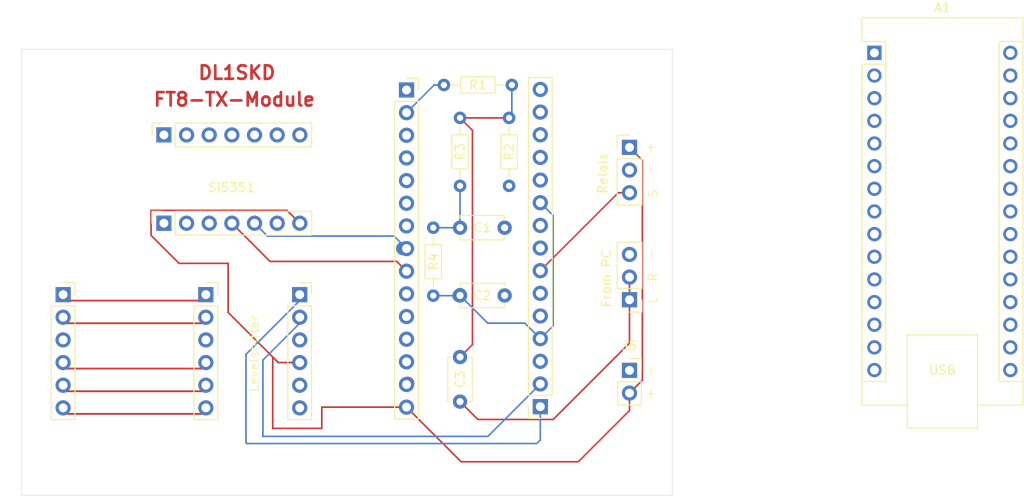
<source format=kicad_pcb>
(kicad_pcb (version 20241229) (generator "pcbnew") (generator_version "9.0")
  (layers (0 "F.Cu" signal) (2 "B.Cu" signal) (13 "F.Paste" user) (15 "B.Paste" user) (5 "F.SilkS" user "F.Silkscreen") (7 "B.SilkS" user "B.Silkscreen") (1 "F.Mask" user) (3 "B.Mask" user) (25 "Edge.Cuts" user))
  (net 0 "")
  (net 1 "Net-(C1-+)")
  (net 2 "GND")
  (net 3 "Net-(C2-+)")
  (net 4 "Net-(C3-+)")
  (net 5 "Net-(C3--)")
  (net 11 "Net-(J1-Pin_9)")
  (net 12 "Net-(J1-Pin_2)")
  (net 13 "Net-(J1-Pin_15)")
  (net 17 "Net-(J1-Pin_8)")
  (net 22 "Net-(J2-Pin_1)")
  (net 25 "Net-(J2-Pin_2)")
  (net 26 "Net-(J2-Pin_7)")
  (net 32 "Net-(J6-Pin_2)")
  (net 33 "Net-(J6-Pin_4)")
  (net 34 "Net-(J6-Pin_1)")
  (net 35 "Net-(J6-Pin_6)")
  (net 36 "Net-(J6-Pin_5)")
  (footprint "Connector_PinSocket_2.54mm:PinSocket_1x02_P2.54mm_Vertical" (layer "F.Cu") (at 181.5 71)
    (property "Reference" "J5" (at 0 -2.77 0) (layer "F.SilkS"))
    (property "Value" "Conn_01x02_Socket" (hide yes))
    (fp_line (start -1.33 1.27) (end -1.33 3.87) (stroke (width 0.12)) (layer "F.SilkS"))
    (fp_line (start -1.33 1.27) (end 1.33 1.27) (stroke (width 0.12)) (layer "F.SilkS"))
    (fp_line (start -1.33 3.87) (end 1.33 3.87) (stroke (width 0.12)) (layer "F.SilkS"))
    (fp_line (start 0 -1.33) (end 1.33 -1.33) (stroke (width 0.12)) (layer "F.SilkS"))
    (fp_line (start 1.33 -1.33) (end 1.33 0) (stroke (width 0.12)) (layer "F.SilkS"))
    (fp_line (start 1.33 1.27) (end 1.33 3.87) (stroke (width 0.12)) (layer "F.SilkS"))
    (pad "1" thru_hole rect (at 0 0) (size 1.7 1.7) (drill 1) (layers "*.Cu" "*.Mask") (net 2 "GND"))
    (pad "2" thru_hole circle (at 0 2.54) (size 1.7 1.7) (drill 1) (layers "*.Cu" "*.Mask") (net 13 "Net-(J1-Pin_15)"))
  )
  (footprint "Module:Arduino_Nano" (layer "F.Cu") (at 208.96 35.4)
    (property "Reference" "A1" (at 7.62 -5.08 0) (layer "F.SilkS"))
    (property "Value" "Arduino_Nano_v3.x")
    (fp_line (start -1.4 -3.94) (end -1.4 -1.27) (stroke (width 0.12)) (layer "F.SilkS"))
    (fp_line (start -1.4 1.27) (end -1.4 39.5) (stroke (width 0.12)) (layer "F.SilkS"))
    (fp_line (start -1.4 39.5) (end 3.68 39.5) (stroke (width 0.12)) (layer "F.SilkS"))
    (fp_line (start 1.27 -1.27) (end -1.4 -1.27) (stroke (width 0.12)) (layer "F.SilkS"))
    (fp_line (start 1.27 1.27) (end -1.4 1.27) (stroke (width 0.12)) (layer "F.SilkS"))
    (fp_line (start 1.27 1.27) (end 1.27 -1.27) (stroke (width 0.12)) (layer "F.SilkS"))
    (fp_line (start 1.27 1.27) (end 1.27 36.83) (stroke (width 0.12)) (layer "F.SilkS"))
    (fp_line (start 1.27 36.83) (end -1.4 36.83) (stroke (width 0.12)) (layer "F.SilkS"))
    (fp_line (start 3.68 31.62) (end 11.56 31.62) (stroke (width 0.12)) (layer "F.SilkS"))
    (fp_line (start 3.68 42.04) (end 3.68 31.62) (stroke (width 0.12)) (layer "F.SilkS"))
    (fp_line (start 11.56 31.62) (end 11.56 42.04) (stroke (width 0.12)) (layer "F.SilkS"))
    (fp_line (start 11.56 42.04) (end 3.68 42.04) (stroke (width 0.12)) (layer "F.SilkS"))
    (fp_line (start 13.97 -1.27) (end 13.97 36.83) (stroke (width 0.12)) (layer "F.SilkS"))
    (fp_line (start 13.97 -1.27) (end 16.64 -1.27) (stroke (width 0.12)) (layer "F.SilkS"))
    (fp_line (start 13.97 36.83) (end 16.64 36.83) (stroke (width 0.12)) (layer "F.SilkS"))
    (fp_line (start 16.64 -3.94) (end -1.4 -3.94) (stroke (width 0.12)) (layer "F.SilkS"))
    (fp_line (start 16.64 39.5) (end 11.56 39.5) (stroke (width 0.12)) (layer "F.SilkS"))
    (fp_line (start 16.64 39.5) (end 16.64 -3.94) (stroke (width 0.12)) (layer "F.SilkS"))
    (fp_text user "USB" (at 7.62 35.56 0) (layer "F.SilkS"))
    (pad "1" thru_hole rect (at 0 0) (size 1.6 1.6) (drill 1) (layers "*.Cu" "*.Mask"))
    (pad "2" thru_hole oval (at 0 2.54) (size 1.6 1.6) (drill 1) (layers "*.Cu" "*.Mask"))
    (pad "3" thru_hole oval (at 0 5.08) (size 1.6 1.6) (drill 1) (layers "*.Cu" "*.Mask"))
    (pad "4" thru_hole oval (at 0 7.62) (size 1.6 1.6) (drill 1) (layers "*.Cu" "*.Mask"))
    (pad "5" thru_hole oval (at 0 10.16) (size 1.6 1.6) (drill 1) (layers "*.Cu" "*.Mask"))
    (pad "6" thru_hole oval (at 0 12.7) (size 1.6 1.6) (drill 1) (layers "*.Cu" "*.Mask"))
    (pad "7" thru_hole oval (at 0 15.24) (size 1.6 1.6) (drill 1) (layers "*.Cu" "*.Mask"))
    (pad "8" thru_hole oval (at 0 17.78) (size 1.6 1.6) (drill 1) (layers "*.Cu" "*.Mask"))
    (pad "9" thru_hole oval (at 0 20.32) (size 1.6 1.6) (drill 1) (layers "*.Cu" "*.Mask"))
    (pad "10" thru_hole oval (at 0 22.86) (size 1.6 1.6) (drill 1) (layers "*.Cu" "*.Mask"))
    (pad "11" thru_hole oval (at 0 25.4) (size 1.6 1.6) (drill 1) (layers "*.Cu" "*.Mask"))
    (pad "12" thru_hole oval (at 0 27.94) (size 1.6 1.6) (drill 1) (layers "*.Cu" "*.Mask"))
    (pad "13" thru_hole oval (at 0 30.48) (size 1.6 1.6) (drill 1) (layers "*.Cu" "*.Mask"))
    (pad "14" thru_hole oval (at 0 33.02) (size 1.6 1.6) (drill 1) (layers "*.Cu" "*.Mask"))
    (pad "15" thru_hole oval (at 0 35.56) (size 1.6 1.6) (drill 1) (layers "*.Cu" "*.Mask"))
    (pad "16" thru_hole oval (at 15.24 35.56) (size 1.6 1.6) (drill 1) (layers "*.Cu" "*.Mask"))
    (pad "17" thru_hole oval (at 15.24 33.02) (size 1.6 1.6) (drill 1) (layers "*.Cu" "*.Mask"))
    (pad "18" thru_hole oval (at 15.24 30.48) (size 1.6 1.6) (drill 1) (layers "*.Cu" "*.Mask"))
    (pad "19" thru_hole oval (at 15.24 27.94) (size 1.6 1.6) (drill 1) (layers "*.Cu" "*.Mask"))
    (pad "20" thru_hole oval (at 15.24 25.4) (size 1.6 1.6) (drill 1) (layers "*.Cu" "*.Mask"))
    (pad "21" thru_hole oval (at 15.24 22.86) (size 1.6 1.6) (drill 1) (layers "*.Cu" "*.Mask"))
    (pad "22" thru_hole oval (at 15.24 20.32) (size 1.6 1.6) (drill 1) (layers "*.Cu" "*.Mask"))
    (pad "23" thru_hole oval (at 15.24 17.78) (size 1.6 1.6) (drill 1) (layers "*.Cu" "*.Mask"))
    (pad "24" thru_hole oval (at 15.24 15.24) (size 1.6 1.6) (drill 1) (layers "*.Cu" "*.Mask"))
    (pad "25" thru_hole oval (at 15.24 12.7) (size 1.6 1.6) (drill 1) (layers "*.Cu" "*.Mask"))
    (pad "26" thru_hole oval (at 15.24 10.16) (size 1.6 1.6) (drill 1) (layers "*.Cu" "*.Mask"))
    (pad "27" thru_hole oval (at 15.24 7.62) (size 1.6 1.6) (drill 1) (layers "*.Cu" "*.Mask"))
    (pad "28" thru_hole oval (at 15.24 5.08) (size 1.6 1.6) (drill 1) (layers "*.Cu" "*.Mask"))
    (pad "29" thru_hole oval (at 15.24 2.54) (size 1.6 1.6) (drill 1) (layers "*.Cu" "*.Mask"))
    (pad "30" thru_hole oval (at 15.24 0) (size 1.6 1.6) (drill 1) (layers "*.Cu" "*.Mask"))
  )
  (footprint "Resistor_THT:R_Axial_DIN0204_L3.6mm_D1.6mm_P7.62mm_Horizontal" (layer "F.Cu") (at 168 42.69 -90)
    (property "Reference" "R2" (at 3.81 0 90) (layer "F.SilkS"))
    (property "Value" "4,7k")
    (fp_line (start 0.94 0) (end 1.89 0) (stroke (width 0.12)) (layer "F.SilkS"))
    (fp_line (start 6.68 0) (end 5.73 0) (stroke (width 0.12)) (layer "F.SilkS"))
    (fp_rect (start 1.89 -0.92) (end 5.73 0.92) (stroke (width 0.12)) (fill no) (layer "F.SilkS"))
    (pad "1" thru_hole circle (at 0 0 270) (size 1.4 1.4) (drill 0.7) (layers "*.Cu" "*.Mask") (net 5 "Net-(C3--)"))
    (pad "2" thru_hole circle (at 7.62 0 270) (size 1.4 1.4) (drill 0.7) (layers "*.Cu" "*.Mask") (net 2 "GND"))
  )
  (footprint "Connector_PinSocket_2.54mm:PinSocket_1x07_P2.54mm_Vertical" (layer "F.Cu") (at 129.3 44.6 90)
    (property "Reference" "Si1" (hide yes))
    (property "Value" "Conn_01x07_Socket" (hide yes))
    (fp_line (start 1.33 -1.33) (end 1.33 0) (stroke (width 0.12)) (layer "F.SilkS"))
    (fp_line (start 0 -1.33) (end 1.33 -1.33) (stroke (width 0.12)) (layer "F.SilkS"))
    (fp_line (start 1.33 1.27) (end 1.33 16.57) (stroke (width 0.12)) (layer "F.SilkS"))
    (fp_line (start -1.33 1.27) (end 1.33 1.27) (stroke (width 0.12)) (layer "F.SilkS"))
    (fp_line (start -1.33 1.27) (end -1.33 16.57) (stroke (width 0.12)) (layer "F.SilkS"))
    (fp_line (start -1.33 16.57) (end 1.33 16.57) (stroke (width 0.12)) (layer "F.SilkS"))
    (pad "1" thru_hole rect (at 0 0 90) (size 1.7 1.7) (drill 1) (layers "*.Cu" "*.Mask"))
    (pad "2" thru_hole circle (at 0 2.54 90) (size 1.7 1.7) (drill 1) (layers "*.Cu" "*.Mask"))
    (pad "3" thru_hole circle (at 0 5.08 90) (size 1.7 1.7) (drill 1) (layers "*.Cu" "*.Mask"))
    (pad "4" thru_hole circle (at 0 7.62 90) (size 1.7 1.7) (drill 1) (layers "*.Cu" "*.Mask"))
    (pad "5" thru_hole circle (at 0 10.16 90) (size 1.7 1.7) (drill 1) (layers "*.Cu" "*.Mask"))
    (pad "6" thru_hole circle (at 0 12.7 90) (size 1.7 1.7) (drill 1) (layers "*.Cu" "*.Mask"))
    (pad "7" thru_hole circle (at 0 15.24 90) (size 1.7 1.7) (drill 1) (layers "*.Cu" "*.Mask"))
  )
  (footprint "MountingHole:MountingHole_3.2mm_M3" (layer "F.Cu") (at 182.5 81)
    (property "Reference" "H4" (hide yes))
    (property "Value" "MountingHole_M3")
    (pad "" np_thru_hole circle (at 0 0) (size 3.2 3.2) (drill 3.2) (layers "*.Cu" "*.Mask"))
  )
  (footprint "Resistor_THT:R_Axial_DIN0204_L3.6mm_D1.6mm_P7.62mm_Horizontal" (layer "F.Cu") (at 160.69 39)
    (property "Reference" "R1" (at 3.81 0 0) (layer "F.SilkS"))
    (property "Value" "1M")
    (fp_line (start 0.94 0) (end 1.89 0) (stroke (width 0.12)) (layer "F.SilkS"))
    (fp_line (start 6.68 0) (end 5.73 0) (stroke (width 0.12)) (layer "F.SilkS"))
    (fp_rect (start 1.89 -0.92) (end 5.73 0.92) (stroke (width 0.12)) (fill no) (layer "F.SilkS"))
    (pad "1" thru_hole circle (at 0 0) (size 1.4 1.4) (drill 0.7) (layers "*.Cu" "*.Mask") (net 12 "Net-(J1-Pin_2)"))
    (pad "2" thru_hole circle (at 7.62 0) (size 1.4 1.4) (drill 0.7) (layers "*.Cu" "*.Mask") (net 5 "Net-(C3--)"))
  )
  (footprint "Capacitor_THT:C_Disc_D4.7mm_W2.5mm_P5.00mm" (layer "F.Cu") (at 162.5 74.5 90)
    (property "Reference" "C3" (at 2.5 0 90) (layer "F.SilkS"))
    (property "Value" "100n")
    (fp_line (start 4.97 -1.37) (end 4.97 -1.04) (stroke (width 0.12)) (layer "F.SilkS"))
    (fp_line (start 0.03 -1.37) (end 4.97 -1.37) (stroke (width 0.12)) (layer "F.SilkS"))
    (fp_line (start 0.03 -1.04) (end 0.03 -1.37) (stroke (width 0.12)) (layer "F.SilkS"))
    (fp_line (start 4.97 1.04) (end 4.97 1.37) (stroke (width 0.12)) (layer "F.SilkS"))
    (fp_line (start 4.97 1.37) (end 0.03 1.37) (stroke (width 0.12)) (layer "F.SilkS"))
    (fp_line (start 0.03 1.37) (end 0.03 1.04) (stroke (width 0.12)) (layer "F.SilkS"))
    (pad "1" thru_hole circle (at 0 0 90) (size 1.6 1.6) (drill 0.8) (layers "*.Cu" "*.Mask") (net 4 "Net-(C3-+)"))
    (pad "2" thru_hole circle (at 5 0 90) (size 1.6 1.6) (drill 0.8) (layers "*.Cu" "*.Mask") (net 5 "Net-(C3--)"))
  )
  (footprint "Connector_PinHeader_2.54mm:PinHeader_1x03_P2.54mm_Vertical" (layer "F.Cu") (at 181.5 63.08 180)
    (property "Reference" "J3" (hide yes))
    (property "Value" "From PC" (at 2.6 2.38 90) (layer "F.SilkS"))
    (fp_line (start 1.38 1.27) (end 1.38 6.46) (stroke (width 0.12)) (layer "F.SilkS"))
    (fp_line (start -1.38 6.46) (end 1.38 6.46) (stroke (width 0.12)) (layer "F.SilkS"))
    (fp_line (start -1.38 1.27) (end 1.38 1.27) (stroke (width 0.12)) (layer "F.SilkS"))
    (fp_line (start -1.38 1.27) (end -1.38 6.46) (stroke (width 0.12)) (layer "F.SilkS"))
    (fp_line (start -1.38 0) (end -1.38 -1.38) (stroke (width 0.12)) (layer "F.SilkS"))
    (fp_line (start -1.38 -1.38) (end 0 -1.38) (stroke (width 0.12)) (layer "F.SilkS"))
    (pad "1" thru_hole rect (at 0 0 180) (size 1.7 1.7) (drill 1) (layers "*.Cu" "*.Mask") (net 4 "Net-(C3-+)"))
    (pad "2" thru_hole circle (at 0 2.54 180) (size 1.7 1.7) (drill 1) (layers "*.Cu" "*.Mask") (net 4 "Net-(C3-+)"))
    (pad "3" thru_hole circle (at 0 5.08 180) (size 1.7 1.7) (drill 1) (layers "*.Cu" "*.Mask") (net 2 "GND"))
  )
  (footprint "Capacitor_THT:C_Disc_D4.7mm_W2.5mm_P5.00mm" (layer "F.Cu") (at 162.5 62.6)
    (property "Reference" "C2" (at 2.5 0 0) (layer "F.SilkS"))
    (property "Value" "10n")
    (fp_line (start 0.03 -1.37) (end 4.97 -1.37) (stroke (width 0.12)) (layer "F.SilkS"))
    (fp_line (start 0.03 -1.04) (end 0.03 -1.37) (stroke (width 0.12)) (layer "F.SilkS"))
    (fp_line (start 0.03 1.37) (end 0.03 1.04) (stroke (width 0.12)) (layer "F.SilkS"))
    (fp_line (start 4.97 -1.37) (end 4.97 -1.04) (stroke (width 0.12)) (layer "F.SilkS"))
    (fp_line (start 4.97 1.04) (end 4.97 1.37) (stroke (width 0.12)) (layer "F.SilkS"))
    (fp_line (start 4.97 1.37) (end 0.03 1.37) (stroke (width 0.12)) (layer "F.SilkS"))
    (pad "1" thru_hole circle (at 0 0) (size 1.6 1.6) (drill 0.8) (layers "*.Cu" "*.Mask") (net 3 "Net-(C2-+)"))
    (pad "2" thru_hole circle (at 5 0) (size 1.6 1.6) (drill 0.8) (layers "*.Cu" "*.Mask") (net 2 "GND"))
  )
  (footprint "Resistor_THT:R_Axial_DIN0204_L3.6mm_D1.6mm_P7.62mm_Horizontal" (layer "F.Cu") (at 162.5 42.69 -90)
    (property "Reference" "R3" (at 3.81 0 90) (layer "F.SilkS"))
    (property "Value" "10k")
    (fp_line (start 0.94 0) (end 1.89 0) (stroke (width 0.12)) (layer "F.SilkS"))
    (fp_line (start 6.68 0) (end 5.73 0) (stroke (width 0.12)) (layer "F.SilkS"))
    (fp_rect (start 1.89 -0.92) (end 5.73 0.92) (stroke (width 0.12)) (fill no) (layer "F.SilkS"))
    (pad "1" thru_hole circle (at 0 0 270) (size 1.4 1.4) (drill 0.7) (layers "*.Cu" "*.Mask") (net 5 "Net-(C3--)"))
    (pad "2" thru_hole circle (at 7.62 0 270) (size 1.4 1.4) (drill 0.7) (layers "*.Cu" "*.Mask") (net 1 "Net-(C1-+)"))
  )
  (footprint "Connector_PinSocket_2.54mm:PinSocket_1x06_P2.54mm_Vertical" (layer "F.Cu") (at 144.525 62.5)
    (property "Reference" "J7" (hide yes))
    (property "Value" "Conn_01x06_Socket" (hide yes))
    (fp_line (start -1.33 1.27) (end -1.33 14.03) (stroke (width 0.12)) (layer "F.SilkS"))
    (fp_line (start -1.33 1.27) (end 1.33 1.27) (stroke (width 0.12)) (layer "F.SilkS"))
    (fp_line (start -1.33 14.03) (end 1.33 14.03) (stroke (width 0.12)) (layer "F.SilkS"))
    (fp_line (start 0 -1.33) (end 1.33 -1.33) (stroke (width 0.12)) (layer "F.SilkS"))
    (fp_line (start 1.33 -1.33) (end 1.33 0) (stroke (width 0.12)) (layer "F.SilkS"))
    (fp_line (start 1.33 1.27) (end 1.33 14.03) (stroke (width 0.12)) (layer "F.SilkS"))
    (pad "1" thru_hole rect (at 0 0) (size 1.7 1.7) (drill 1) (layers "*.Cu" "*.Mask") (net 22 "Net-(J2-Pin_1)"))
    (pad "2" thru_hole circle (at 0 2.54) (size 1.7 1.7) (drill 1) (layers "*.Cu" "*.Mask") (net 25 "Net-(J2-Pin_2)"))
    (pad "3" thru_hole circle (at 0 5.08) (size 1.7 1.7) (drill 1) (layers "*.Cu" "*.Mask") (net 2 "GND"))
    (pad "4" thru_hole circle (at 0 7.62) (size 1.7 1.7) (drill 1) (layers "*.Cu" "*.Mask") (net 13 "Net-(J1-Pin_15)"))
    (pad "5" thru_hole circle (at 0 10.16) (size 1.7 1.7) (drill 1) (layers "*.Cu" "*.Mask"))
    (pad "6" thru_hole circle (at 0 12.7) (size 1.7 1.7) (drill 1) (layers "*.Cu" "*.Mask"))
  )
  (footprint "MountingHole:MountingHole_3.2mm_M3" (layer "F.Cu") (at 117.5 39)
    (property "Reference" "H1" (hide yes))
    (property "Value" "MountingHole_M3")
    (pad "" np_thru_hole circle (at 0 0) (size 3.2 3.2) (drill 3.2) (layers "*.Cu" "*.Mask"))
  )
  (footprint "Connector_PinSocket_2.54mm:PinSocket_1x15_P2.54mm_Vertical" (layer "F.Cu") (at 156.5 39.56)
    (property "Reference" "J1" (hide yes))
    (property "Value" "Conn_01x15_Socket" (hide yes))
    (fp_line (start -1.33 1.27) (end -1.33 36.89) (stroke (width 0.12)) (layer "F.SilkS"))
    (fp_line (start -1.33 1.27) (end 1.33 1.27) (stroke (width 0.12)) (layer "F.SilkS"))
    (fp_line (start -1.33 36.89) (end 1.33 36.89) (stroke (width 0.12)) (layer "F.SilkS"))
    (fp_line (start 0 -1.33) (end 1.33 -1.33) (stroke (width 0.12)) (layer "F.SilkS"))
    (fp_line (start 1.33 -1.33) (end 1.33 0) (stroke (width 0.12)) (layer "F.SilkS"))
    (fp_line (start 1.33 1.27) (end 1.33 36.89) (stroke (width 0.12)) (layer "F.SilkS"))
    (pad "1" thru_hole rect (at 0 0) (size 1.7 1.7) (drill 1) (layers "*.Cu" "*.Mask"))
    (pad "2" thru_hole circle (at 0 2.54) (size 1.7 1.7) (drill 1) (layers "*.Cu" "*.Mask") (net 12 "Net-(J1-Pin_2)"))
    (pad "3" thru_hole circle (at 0 5.08) (size 1.7 1.7) (drill 1) (layers "*.Cu" "*.Mask"))
    (pad "4" thru_hole circle (at 0 7.62) (size 1.7 1.7) (drill 1) (layers "*.Cu" "*.Mask"))
    (pad "5" thru_hole circle (at 0 10.16) (size 1.7 1.7) (drill 1) (layers "*.Cu" "*.Mask"))
    (pad "6" thru_hole circle (at 0 12.7) (size 1.7 1.7) (drill 1) (layers "*.Cu" "*.Mask"))
    (pad "7" thru_hole circle (at 0 15.24) (size 1.7 1.7) (drill 1) (layers "*.Cu" "*.Mask"))
    (pad "8" thru_hole circle (at 0 17.78) (size 1.7 1.7) (drill 1) (layers "*.Cu" "*.Mask") (net 17 "Net-(J1-Pin_8)"))
    (pad "9" thru_hole circle (at 0 20.32) (size 1.7 1.7) (drill 1) (layers "*.Cu" "*.Mask") (net 11 "Net-(J1-Pin_9)"))
    (pad "10" thru_hole circle (at 0 22.86) (size 1.7 1.7) (drill 1) (layers "*.Cu" "*.Mask"))
    (pad "11" thru_hole circle (at 0 25.4) (size 1.7 1.7) (drill 1) (layers "*.Cu" "*.Mask"))
    (pad "12" thru_hole circle (at 0 27.94) (size 1.7 1.7) (drill 1) (layers "*.Cu" "*.Mask"))
    (pad "13" thru_hole circle (at 0 30.48) (size 1.7 1.7) (drill 1) (layers "*.Cu" "*.Mask"))
    (pad "14" thru_hole circle (at 0 33.02) (size 1.7 1.7) (drill 1) (layers "*.Cu" "*.Mask") (net 2 "GND"))
    (pad "15" thru_hole circle (at 0 35.56) (size 1.7 1.7) (drill 1) (layers "*.Cu" "*.Mask") (net 13 "Net-(J1-Pin_15)"))
  )
  (footprint "Connector_PinSocket_2.54mm:PinSocket_1x15_P2.54mm_Vertical" (layer "F.Cu") (at 171.5 75.06 180)
    (property "Reference" "J2" (hide yes))
    (property "Value" "Conn_01x15_Socket" (hide yes))
    (fp_line (start 1.33 1.27) (end 1.33 36.89) (stroke (width 0.12)) (layer "F.SilkS"))
    (fp_line (start 1.33 -1.33) (end 1.33 0) (stroke (width 0.12)) (layer "F.SilkS"))
    (fp_line (start 0 -1.33) (end 1.33 -1.33) (stroke (width 0.12)) (layer "F.SilkS"))
    (fp_line (start -1.33 36.89) (end 1.33 36.89) (stroke (width 0.12)) (layer "F.SilkS"))
    (fp_line (start -1.33 1.27) (end 1.33 1.27) (stroke (width 0.12)) (layer "F.SilkS"))
    (fp_line (start -1.33 1.27) (end -1.33 36.89) (stroke (width 0.12)) (layer "F.SilkS"))
    (pad "1" thru_hole rect (at 0 0 180) (size 1.7 1.7) (drill 1) (layers "*.Cu" "*.Mask") (net 22 "Net-(J2-Pin_1)"))
    (pad "2" thru_hole circle (at 0 2.54 180) (size 1.7 1.7) (drill 1) (layers "*.Cu" "*.Mask") (net 25 "Net-(J2-Pin_2)"))
    (pad "3" thru_hole circle (at 0 5.08 180) (size 1.7 1.7) (drill 1) (layers "*.Cu" "*.Mask"))
    (pad "4" thru_hole circle (at 0 7.62 180) (size 1.7 1.7) (drill 1) (layers "*.Cu" "*.Mask") (net 3 "Net-(C2-+)"))
    (pad "5" thru_hole circle (at 0 10.16 180) (size 1.7 1.7) (drill 1) (layers "*.Cu" "*.Mask"))
    (pad "6" thru_hole circle (at 0 12.7 180) (size 1.7 1.7) (drill 1) (layers "*.Cu" "*.Mask"))
    (pad "7" thru_hole circle (at 0 15.24 180) (size 1.7 1.7) (drill 1) (layers "*.Cu" "*.Mask") (net 26 "Net-(J2-Pin_7)"))
    (pad "8" thru_hole circle (at 0 17.78 180) (size 1.7 1.7) (drill 1) (layers "*.Cu" "*.Mask"))
    (pad "9" thru_hole circle (at 0 20.32 180) (size 1.7 1.7) (drill 1) (layers "*.Cu" "*.Mask") (net 2 "GND"))
    (pad "10" thru_hole circle (at 0 22.86 180) (size 1.7 1.7) (drill 1) (layers "*.Cu" "*.Mask") (net 3 "Net-(C2-+)"))
    (pad "11" thru_hole circle (at 0 25.4 180) (size 1.7 1.7) (drill 1) (layers "*.Cu" "*.Mask"))
    (pad "12" thru_hole circle (at 0 27.94 180) (size 1.7 1.7) (drill 1) (layers "*.Cu" "*.Mask"))
    (pad "13" thru_hole circle (at 0 30.48 180) (size 1.7 1.7) (drill 1) (layers "*.Cu" "*.Mask"))
    (pad "14" thru_hole circle (at 0 33.02 180) (size 1.7 1.7) (drill 1) (layers "*.Cu" "*.Mask"))
    (pad "15" thru_hole circle (at 0 35.56 180) (size 1.7 1.7) (drill 1) (layers "*.Cu" "*.Mask"))
  )
  (footprint "Capacitor_THT:C_Disc_D4.7mm_W2.5mm_P5.00mm" (layer "F.Cu") (at 162.5 55)
    (property "Reference" "C1" (at 2.5 0 0) (layer "F.SilkS"))
    (property "Value" "10n")
    (fp_line (start 0.03 -1.37) (end 4.97 -1.37) (stroke (width 0.12)) (layer "F.SilkS"))
    (fp_line (start 0.03 -1.04) (end 0.03 -1.37) (stroke (width 0.12)) (layer "F.SilkS"))
    (fp_line (start 0.03 1.37) (end 0.03 1.04) (stroke (width 0.12)) (layer "F.SilkS"))
    (fp_line (start 4.97 -1.37) (end 4.97 -1.04) (stroke (width 0.12)) (layer "F.SilkS"))
    (fp_line (start 4.97 1.04) (end 4.97 1.37) (stroke (width 0.12)) (layer "F.SilkS"))
    (fp_line (start 4.97 1.37) (end 0.03 1.37) (stroke (width 0.12)) (layer "F.SilkS"))
    (pad "1" thru_hole circle (at 0 0) (size 1.6 1.6) (drill 0.8) (layers "*.Cu" "*.Mask") (net 1 "Net-(C1-+)"))
    (pad "2" thru_hole circle (at 5 0) (size 1.6 1.6) (drill 0.8) (layers "*.Cu" "*.Mask") (net 2 "GND"))
  )
  (footprint "Connector_PinSocket_2.54mm:PinSocket_1x06_P2.54mm_Vertical" (layer "F.Cu") (at 118 62.5)
    (property "Reference" "J8" (hide yes))
    (property "Value" "Conn_01x06_Socket" (hide yes))
    (fp_line (start -1.33 1.27) (end -1.33 14.03) (stroke (width 0.12)) (layer "F.SilkS"))
    (fp_line (start -1.33 1.27) (end 1.33 1.27) (stroke (width 0.12)) (layer "F.SilkS"))
    (fp_line (start -1.33 14.03) (end 1.33 14.03) (stroke (width 0.12)) (layer "F.SilkS"))
    (fp_line (start 0 -1.33) (end 1.33 -1.33) (stroke (width 0.12)) (layer "F.SilkS"))
    (fp_line (start 1.33 -1.33) (end 1.33 0) (stroke (width 0.12)) (layer "F.SilkS"))
    (fp_line (start 1.33 1.27) (end 1.33 14.03) (stroke (width 0.12)) (layer "F.SilkS"))
    (pad "1" thru_hole rect (at 0 0) (size 1.7 1.7) (drill 1) (layers "*.Cu" "*.Mask") (net 34 "Net-(J6-Pin_1)"))
    (pad "2" thru_hole circle (at 0 2.54) (size 1.7 1.7) (drill 1) (layers "*.Cu" "*.Mask") (net 32 "Net-(J6-Pin_2)"))
    (pad "3" thru_hole circle (at 0 5.08) (size 1.7 1.7) (drill 1) (layers "*.Cu" "*.Mask") (net 2 "GND"))
    (pad "4" thru_hole circle (at 0 7.62) (size 1.7 1.7) (drill 1) (layers "*.Cu" "*.Mask") (net 33 "Net-(J6-Pin_4)"))
    (pad "5" thru_hole circle (at 0 10.16) (size 1.7 1.7) (drill 1) (layers "*.Cu" "*.Mask") (net 36 "Net-(J6-Pin_5)"))
    (pad "6" thru_hole circle (at 0 12.7) (size 1.7 1.7) (drill 1) (layers "*.Cu" "*.Mask") (net 35 "Net-(J6-Pin_6)"))
  )
  (footprint "Resistor_THT:R_Axial_DIN0204_L3.6mm_D1.6mm_P7.62mm_Horizontal" (layer "F.Cu") (at 159.5 55 -90)
    (property "Reference" "R4" (at 3.81 0 90) (layer "F.SilkS"))
    (property "Value" "10k")
    (fp_line (start 0.94 0) (end 1.89 0) (stroke (width 0.12)) (layer "F.SilkS"))
    (fp_line (start 6.68 0) (end 5.73 0) (stroke (width 0.12)) (layer "F.SilkS"))
    (fp_rect (start 1.89 -0.92) (end 5.73 0.92) (stroke (width 0.12)) (fill no) (layer "F.SilkS"))
    (pad "1" thru_hole circle (at 0 0 270) (size 1.4 1.4) (drill 0.7) (layers "*.Cu" "*.Mask") (net 1 "Net-(C1-+)"))
    (pad "2" thru_hole circle (at 7.62 0 270) (size 1.4 1.4) (drill 0.7) (layers "*.Cu" "*.Mask") (net 3 "Net-(C2-+)"))
  )
  (footprint "Connector_PinHeader_2.54mm:PinHeader_1x03_P2.54mm_Vertical" (layer "F.Cu") (at 181.5 46)
    (property "Reference" "J4" (hide yes))
    (property "Value" "Relais" (at -3 2.9 90) (layer "F.SilkS"))
    (fp_line (start -1.38 -1.38) (end 0 -1.38) (stroke (width 0.12)) (layer "F.SilkS"))
    (fp_line (start -1.38 0) (end -1.38 -1.38) (stroke (width 0.12)) (layer "F.SilkS"))
    (fp_line (start -1.38 1.27) (end -1.38 6.46) (stroke (width 0.12)) (layer "F.SilkS"))
    (fp_line (start -1.38 1.27) (end 1.38 1.27) (stroke (width 0.12)) (layer "F.SilkS"))
    (fp_line (start -1.38 6.46) (end 1.38 6.46) (stroke (width 0.12)) (layer "F.SilkS"))
    (fp_line (start 1.38 1.27) (end 1.38 6.46) (stroke (width 0.12)) (layer "F.SilkS"))
    (pad "1" thru_hole rect (at 0 0) (size 1.7 1.7) (drill 1) (layers "*.Cu" "*.Mask") (net 13 "Net-(J1-Pin_15)"))
    (pad "2" thru_hole circle (at 0 2.54) (size 1.7 1.7) (drill 1) (layers "*.Cu" "*.Mask") (net 2 "GND"))
    (pad "3" thru_hole circle (at 0 5.08) (size 1.7 1.7) (drill 1) (layers "*.Cu" "*.Mask") (net 26 "Net-(J2-Pin_7)"))
  )
  (footprint "Connector_PinSocket_2.54mm:PinSocket_1x07_P2.54mm_Vertical" (layer "F.Cu") (at 129.3 54.5 90)
    (property "Reference" "Si5351" (at 4 7.58 0) (layer "F.SilkS"))
    (property "Value" "Conn_01x07_Socket" (hide yes))
    (fp_line (start 1.33 -1.33) (end 1.33 0) (stroke (width 0.12)) (layer "F.SilkS"))
    (fp_line (start 0 -1.33) (end 1.33 -1.33) (stroke (width 0.12)) (layer "F.SilkS"))
    (fp_line (start 1.33 1.27) (end 1.33 16.57) (stroke (width 0.12)) (layer "F.SilkS"))
    (fp_line (start -1.33 1.27) (end 1.33 1.27) (stroke (width 0.12)) (layer "F.SilkS"))
    (fp_line (start -1.33 1.27) (end -1.33 16.57) (stroke (width 0.12)) (layer "F.SilkS"))
    (fp_line (start -1.33 16.57) (end 1.33 16.57) (stroke (width 0.12)) (layer "F.SilkS"))
    (pad "1" thru_hole rect (at 0 0 90) (size 1.7 1.7) (drill 1) (layers "*.Cu" "*.Mask"))
    (pad "2" thru_hole circle (at 0 2.54 90) (size 1.7 1.7) (drill 1) (layers "*.Cu" "*.Mask"))
    (pad "3" thru_hole circle (at 0 5.08 90) (size 1.7 1.7) (drill 1) (layers "*.Cu" "*.Mask"))
    (pad "4" thru_hole circle (at 0 7.62 90) (size 1.7 1.7) (drill 1) (layers "*.Cu" "*.Mask") (net 11 "Net-(J1-Pin_9)"))
    (pad "5" thru_hole circle (at 0 10.16 90) (size 1.7 1.7) (drill 1) (layers "*.Cu" "*.Mask") (net 17 "Net-(J1-Pin_8)"))
    (pad "6" thru_hole circle (at 0 12.7 90) (size 1.7 1.7) (drill 1) (layers "*.Cu" "*.Mask") (net 2 "GND"))
    (pad "7" thru_hole circle (at 0 15.24 90) (size 1.7 1.7) (drill 1) (layers "*.Cu" "*.Mask") (net 13 "Net-(J1-Pin_15)"))
  )
  (footprint "MountingHole:MountingHole_3.2mm_M3" (layer "F.Cu") (at 117.5 81)
    (property "Reference" "H2" (hide yes))
    (property "Value" "MountingHole_M3")
    (pad "" np_thru_hole circle (at 0 0) (size 3.2 3.2) (drill 3.2) (layers "*.Cu" "*.Mask"))
  )
  (footprint "MountingHole:MountingHole_3.2mm_M3" (layer "F.Cu") (at 182.5 39)
    (property "Reference" "H3" (hide yes))
    (property "Value" "MountingHole_M3")
    (pad "" np_thru_hole circle (at 0 0) (size 3.2 3.2) (drill 3.2) (layers "*.Cu" "*.Mask"))
  )
  (footprint "Connector_PinSocket_2.54mm:PinSocket_1x06_P2.54mm_Vertical" (layer "F.Cu") (at 134 62.5)
    (property "Reference" "J6" (hide yes))
    (property "Value" "Conn_01x06_Socket" (hide yes))
    (fp_line (start -1.33 1.27) (end -1.33 14.03) (stroke (width 0.12)) (layer "F.SilkS"))
    (fp_line (start -1.33 1.27) (end 1.33 1.27) (stroke (width 0.12)) (layer "F.SilkS"))
    (fp_line (start -1.33 14.03) (end 1.33 14.03) (stroke (width 0.12)) (layer "F.SilkS"))
    (fp_line (start 0 -1.33) (end 1.33 -1.33) (stroke (width 0.12)) (layer "F.SilkS"))
    (fp_line (start 1.33 -1.33) (end 1.33 0) (stroke (width 0.12)) (layer "F.SilkS"))
    (fp_line (start 1.33 1.27) (end 1.33 14.03) (stroke (width 0.12)) (layer "F.SilkS"))
    (pad "1" thru_hole rect (at 0 0) (size 1.7 1.7) (drill 1) (layers "*.Cu" "*.Mask") (net 34 "Net-(J6-Pin_1)"))
    (pad "2" thru_hole circle (at 0 2.54) (size 1.7 1.7) (drill 1) (layers "*.Cu" "*.Mask") (net 32 "Net-(J6-Pin_2)"))
    (pad "3" thru_hole circle (at 0 5.08) (size 1.7 1.7) (drill 1) (layers "*.Cu" "*.Mask") (net 2 "GND"))
    (pad "4" thru_hole circle (at 0 7.62) (size 1.7 1.7) (drill 1) (layers "*.Cu" "*.Mask") (net 33 "Net-(J6-Pin_4)"))
    (pad "5" thru_hole circle (at 0 10.16) (size 1.7 1.7) (drill 1) (layers "*.Cu" "*.Mask") (net 36 "Net-(J6-Pin_5)"))
    (pad "6" thru_hole circle (at 0 12.7) (size 1.7 1.7) (drill 1) (layers "*.Cu" "*.Mask") (net 35 "Net-(J6-Pin_6)"))
  )
  (gr_rect (start 113.3 35) (end 186.3 85) (stroke (width 0.05)) (fill no) (layer "Edge.Cuts"))
  (gr_text "DL1SKD" (at 133 38.5 0) (layer "F.Cu") (effects (font (size 1.5 1.5) (thickness 0.3) (bold yes)) (justify left bottom)))
  (gr_text "FT8-TX-Module" (at 128 41.5 0) (layer "F.Cu") (effects (font (size 1.5 1.5) (thickness 0.3) (bold yes)) (justify left bottom)))
  (gr_text "R" (at 184.7 61.1 90) (layer "F.SilkS") (effects (font (size 1 1) (thickness 0.1)) (justify left bottom)))
  (gr_text "-" (at 184.4 49.2 90) (layer "F.SilkS") (effects (font (size 1 1) (thickness 0.1)) (justify left bottom)))
  (gr_text "-" (at 184.4 71.7 90) (layer "F.SilkS") (effects (font (size 1 1) (thickness 0.1)) (justify left bottom)))
  (gr_text "+" (at 184.4 46.7 90) (layer "F.SilkS") (effects (font (size 1 1) (thickness 0.1)) (justify left bottom)))
  (gr_text "+" (at 184.4 74.3 90) (layer "F.SilkS") (effects (font (size 1 1) (thickness 0.1)) (justify left bottom)))
  (gr_text "S" (at 184.7 51.7 90) (layer "F.SilkS") (effects (font (size 1 1) (thickness 0.1)) (justify left bottom)))
  (gr_text "L" (at 184.7 63.6 90) (layer "F.SilkS") (effects (font (size 1 1) (thickness 0.1)) (justify left bottom)))
  (gr_text "-" (at 184.5 58.7 90) (layer "F.SilkS") (effects (font (size 1 1) (thickness 0.1)) (justify left bottom)))
  (gr_text "Levelshifter" (at 140 73.5 90) (layer "F.SilkS") (effects (font (size 1 1) (thickness 0.1)) (justify left bottom)))
  (segment (start 162.5 50.31) (end 162.5 55) (width 0.18) (layer "B.Cu") (net 1))
  (segment (start 159.5 55) (end 162.5 55) (width 0.18) (layer "B.Cu") (net 1))
  (segment (start 156.631 72.449) (end 156.5 72.58) (width 1.5) (layer "F.Cu") (net 2))
  (segment (start 168 54.5) (end 167.5 55) (width 0.18) (layer "B.Cu") (net 2))
  (segment (start 159.5 62.62) (end 162.48 62.62) (width 0.18) (layer "B.Cu") (net 3))
  (segment (start 162.38 62.62) (end 162.5 62.5) (width 1.5) (layer "B.Cu") (net 3))
  (segment (start 171.5 67.44) (end 172.941 65.999) (width 0.18) (layer "B.Cu") (net 3))
  (segment (start 165.6 65.7) (end 169.76 65.7) (width 0.18) (layer "B.Cu") (net 3))
  (segment (start 172.941 65.999) (end 172.941 53.641) (width 0.18) (layer "B.Cu") (net 3))
  (segment (start 169.76 65.7) (end 171.5 67.44) (width 0.18) (layer "B.Cu") (net 3))
  (segment (start 162.5 62.6) (end 165.6 65.7) (width 0.18) (layer "B.Cu") (net 3))
  (segment (start 162.48 62.62) (end 162.5 62.6) (width 0.18) (layer "B.Cu") (net 3))
  (segment (start 172.941 53.641) (end 171.5 52.2) (width 0.18) (layer "B.Cu") (net 3))
  (segment (start 181.5 67.942) (end 181.5 63.08) (width 0.18) (layer "F.Cu") (net 4))
  (segment (start 181.5 63.08) (end 181.5 60.54) (width 0.18) (layer "F.Cu") (net 4))
  (segment (start 162.5 74.5) (end 164.501 76.501) (width 0.18) (layer "F.Cu") (net 4))
  (segment (start 164.501 76.501) (end 172.941 76.501) (width 0.18) (layer "F.Cu") (net 4))
  (segment (start 172.941 76.501) (end 181.5 67.942) (width 0.18) (layer "F.Cu") (net 4))
  (segment (start 168 42.69) (end 162.5 42.69) (width 0.18) (layer "F.Cu") (net 5))
  (segment (start 163.891 44.081) (end 163.891 68.109) (width 0.18) (layer "F.Cu") (net 5))
  (segment (start 162.5 42.69) (end 163.891 44.081) (width 0.18) (layer "F.Cu") (net 5))
  (segment (start 163.891 68.109) (end 162.5 69.5) (width 0.18) (layer "F.Cu") (net 5))
  (segment (start 168.31 39) (end 168.31 42.38) (width 0.18) (layer "B.Cu") (net 5))
  (segment (start 168.31 42.38) (end 168 42.69) (width 0.18) (layer "B.Cu") (net 5))
  (segment (start 136.92 54.5) (end 141.201 58.781) (width 0.18) (layer "F.Cu") (net 11))
  (segment (start 141.201 58.781) (end 155.401 58.781) (width 0.18) (layer "F.Cu") (net 11))
  (segment (start 155.401 58.781) (end 156.5 59.88) (width 0.18) (layer "F.Cu") (net 11))
  (segment (start 156.5 42.1) (end 159.6 39) (width 0.18) (layer "B.Cu") (net 12))
  (segment (start 159.6 39) (end 160.69 39) (width 0.18) (layer "B.Cu") (net 12))
  (segment (start 127.859 55.859) (end 131 59) (width 0.18) (layer "F.Cu") (net 13))
  (segment (start 182.941 47.441) (end 182.941 72.099) (width 0.18) (layer "F.Cu") (net 13))
  (segment (start 144.54 54.5) (end 143.099 53.059) (width 0.18) (layer "F.Cu") (net 13))
  (segment (start 136.5 64.5) (end 141.5 69.5) (width 0.18) (layer "F.Cu") (net 13))
  (segment (start 147 77.5) (end 147 75.12) (width 0.18) (layer "F.Cu") (net 13))
  (segment (start 181.5 75.5) (end 181.5 73.54) (width 0.18) (layer "F.Cu") (net 13))
  (segment (start 136.5 59) (end 136.5 64.5) (width 0.18) (layer "F.Cu") (net 13))
  (segment (start 147 75.12) (end 156.5 75.12) (width 0.18) (layer "F.Cu") (net 13))
  (segment (start 162.621 81.241) (end 175.759 81.241) (width 0.18) (layer "F.Cu") (net 13))
  (segment (start 141.5 69.5) (end 141.5 77.5) (width 0.18) (layer "F.Cu") (net 13))
  (segment (start 156.5 75.12) (end 162.621 81.241) (width 0.18) (layer "F.Cu") (net 13))
  (segment (start 144.525 70.12) (end 142.12 70.12) (width 0.2) (layer "F.Cu") (net 13))
  (segment (start 175.759 81.241) (end 181.5 75.5) (width 0.18) (layer "F.Cu") (net 13))
  (segment (start 131 59) (end 136.5 59) (width 0.18) (layer "F.Cu") (net 13))
  (segment (start 127.859 53.059) (end 127.859 55.859) (width 0.18) (layer "F.Cu") (net 13))
  (segment (start 143.099 53.059) (end 127.859 53.059) (width 0.18) (layer "F.Cu") (net 13))
  (segment (start 181.5 46) (end 182.941 47.441) (width 0.18) (layer "F.Cu") (net 13))
  (segment (start 182.941 72.099) (end 181.5 73.54) (width 0.18) (layer "F.Cu") (net 13))
  (segment (start 142.12 70.12) (end 141.5 69.5) (width 0.2) (layer "F.Cu") (net 13))
  (segment (start 141.5 77.5) (end 147 77.5) (width 0.18) (layer "F.Cu") (net 13))
  (segment (start 139.46 54.5) (end 140.901 55.941) (width 0.18) (layer "B.Cu") (net 17))
  (segment (start 155.101 55.941) (end 156.5 57.34) (width 0.18) (layer "B.Cu") (net 17))
  (segment (start 156.068737 57.34) (end 156.5 57.34) (width 1.5) (layer "B.Cu") (net 17))
  (segment (start 140.901 55.941) (end 155.101 55.941) (width 0.18) (layer "B.Cu") (net 17))
  (segment (start 138.5 79.1) (end 138.6 79.2) (width 0.18) (layer "B.Cu") (net 22))
  (segment (start 138.5 69.2) (end 138.5 79.1) (width 0.18) (layer "B.Cu") (net 22))
  (segment (start 171.5 78.8) (end 171.5 75.06) (width 0.18) (layer "B.Cu") (net 22))
  (segment (start 144.525 63.175) (end 138.5 69.2) (width 0.18) (layer "B.Cu") (net 22))
  (segment (start 138.6 79.2) (end 171.1 79.2) (width 0.18) (layer "B.Cu") (net 22))
  (segment (start 171.1 79.2) (end 171.5 78.8) (width 0.18) (layer "B.Cu") (net 22))
  (segment (start 165.62 78.4) (end 171.5 72.52) (width 0.18) (layer "B.Cu") (net 25))
  (segment (start 140.4 78.4) (end 165.62 78.4) (width 0.18) (layer "B.Cu") (net 25))
  (segment (start 144.525 65.715) (end 140.4 69.84) (width 0.18) (layer "B.Cu") (net 25))
  (segment (start 140.4 69.84) (end 140.4 78.4) (width 0.18) (layer "B.Cu") (net 25))
  (segment (start 180.24 51.08) (end 181.5 51.08) (width 0.18) (layer "F.Cu") (net 26))
  (segment (start 171.5 59.82) (end 180.24 51.08) (width 0.18) (layer "F.Cu") (net 26))
  (segment (start 134 65.715) (end 118 65.715) (width 0.2) (layer "F.Cu") (net 32))
  (segment (start 118 70.795) (end 134 70.795) (width 0.2) (layer "F.Cu") (net 33))
  (segment (start 118 63.175) (end 134 63.175) (width 0.2) (layer "F.Cu") (net 34))
  (segment (start 118 75.875) (end 134 75.875) (width 0.2) (layer "F.Cu") (net 35))
  (segment (start 118 73.335) (end 134 73.335) (width 0.2) (layer "F.Cu") (net 36))
)
</source>
